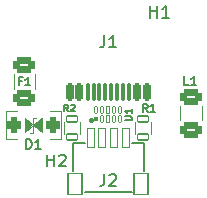
<source format=gto>
G04 #@! TF.GenerationSoftware,KiCad,Pcbnew,(6.0.8)*
G04 #@! TF.CreationDate,2022-10-31T11:18:21-04:00*
G04 #@! TF.ProjectId,Unified-Daughterboard,556e6966-6965-4642-9d44-617567687465,C3*
G04 #@! TF.SameCoordinates,Original*
G04 #@! TF.FileFunction,Legend,Top*
G04 #@! TF.FilePolarity,Positive*
%FSLAX46Y46*%
G04 Gerber Fmt 4.6, Leading zero omitted, Abs format (unit mm)*
G04 Created by KiCad (PCBNEW (6.0.8)) date 2022-10-31 11:18:21*
%MOMM*%
%LPD*%
G01*
G04 APERTURE LIST*
G04 Aperture macros list*
%AMRoundRect*
0 Rectangle with rounded corners*
0 $1 Rounding radius*
0 $2 $3 $4 $5 $6 $7 $8 $9 X,Y pos of 4 corners*
0 Add a 4 corners polygon primitive as box body*
4,1,4,$2,$3,$4,$5,$6,$7,$8,$9,$2,$3,0*
0 Add four circle primitives for the rounded corners*
1,1,$1+$1,$2,$3*
1,1,$1+$1,$4,$5*
1,1,$1+$1,$6,$7*
1,1,$1+$1,$8,$9*
0 Add four rect primitives between the rounded corners*
20,1,$1+$1,$2,$3,$4,$5,0*
20,1,$1+$1,$4,$5,$6,$7,0*
20,1,$1+$1,$6,$7,$8,$9,0*
20,1,$1+$1,$8,$9,$2,$3,0*%
G04 Aperture macros list end*
%ADD10C,0.150000*%
%ADD11C,0.152400*%
%ADD12C,0.127000*%
%ADD13C,0.200000*%
%ADD14C,0.400000*%
%ADD15C,0.120000*%
%ADD16C,0.101600*%
%ADD17C,0.100000*%
%ADD18C,1.448000*%
%ADD19RoundRect,0.176000X0.000000X-0.150000X0.000000X-0.150000X0.000000X0.150000X0.000000X0.150000X0*%
%ADD20RoundRect,0.051000X-0.125000X-0.275000X0.125000X-0.275000X0.125000X0.275000X-0.125000X0.275000X0*%
%ADD21RoundRect,0.051000X-0.150000X-0.275000X0.150000X-0.275000X0.150000X0.275000X-0.150000X0.275000X0*%
%ADD22RoundRect,0.301000X0.625000X-0.375000X0.625000X0.375000X-0.625000X0.375000X-0.625000X-0.375000X0*%
%ADD23RoundRect,0.051000X-0.450000X0.250000X-0.450000X-0.250000X0.450000X-0.250000X0.450000X0.250000X0*%
%ADD24RoundRect,0.301000X-0.625000X0.375000X-0.625000X-0.375000X0.625000X-0.375000X0.625000X0.375000X0*%
%ADD25RoundRect,0.301000X0.250000X0.350000X-0.250000X0.350000X-0.250000X-0.350000X0.250000X-0.350000X0*%
%ADD26O,1.202000X2.302000*%
%ADD27O,1.402000X2.002000*%
%ADD28C,0.752000*%
%ADD29RoundRect,0.201000X0.150000X0.575000X-0.150000X0.575000X-0.150000X-0.575000X0.150000X-0.575000X0*%
%ADD30RoundRect,0.126000X0.075000X0.650000X-0.075000X0.650000X-0.075000X-0.650000X0.075000X-0.650000X0*%
%ADD31C,3.602001*%
%ADD32RoundRect,0.051000X-0.300000X-0.775000X0.300000X-0.775000X0.300000X0.775000X-0.300000X0.775000X0*%
%ADD33RoundRect,0.051000X-0.600000X-0.900000X0.600000X-0.900000X0.600000X0.900000X-0.600000X0.900000X0*%
G04 APERTURE END LIST*
D10*
X69840595Y-70395380D02*
X69840595Y-69395380D01*
X69840595Y-69871571D02*
X70412023Y-69871571D01*
X70412023Y-70395380D02*
X70412023Y-69395380D01*
X70840595Y-69490619D02*
X70888214Y-69443000D01*
X70983452Y-69395380D01*
X71221547Y-69395380D01*
X71316785Y-69443000D01*
X71364404Y-69490619D01*
X71412023Y-69585857D01*
X71412023Y-69681095D01*
X71364404Y-69823952D01*
X70792976Y-70395380D01*
X71412023Y-70395380D01*
X78570595Y-57795380D02*
X78570595Y-56795380D01*
X78570595Y-57271571D02*
X79142023Y-57271571D01*
X79142023Y-57795380D02*
X79142023Y-56795380D01*
X80142023Y-57795380D02*
X79570595Y-57795380D01*
X79856309Y-57795380D02*
X79856309Y-56795380D01*
X79761071Y-56938238D01*
X79665833Y-57033476D01*
X79570595Y-57081095D01*
X76401128Y-66483542D02*
X76886842Y-66483542D01*
X76943985Y-66454971D01*
X76972557Y-66426400D01*
X77001128Y-66369257D01*
X77001128Y-66254971D01*
X76972557Y-66197828D01*
X76943985Y-66169257D01*
X76886842Y-66140685D01*
X76401128Y-66140685D01*
X77001128Y-65540685D02*
X77001128Y-65883542D01*
X77001128Y-65712114D02*
X76401128Y-65712114D01*
X76486842Y-65769257D01*
X76543985Y-65826400D01*
X76572557Y-65883542D01*
D11*
X81805500Y-63527714D02*
X81442642Y-63527714D01*
X81442642Y-62765714D01*
X82458642Y-63527714D02*
X82023214Y-63527714D01*
X82240928Y-63527714D02*
X82240928Y-62765714D01*
X82168357Y-62874571D01*
X82095785Y-62947142D01*
X82023214Y-62983428D01*
D12*
X71603133Y-65742280D02*
X71408400Y-65464090D01*
X71269304Y-65742280D02*
X71269304Y-65158080D01*
X71491857Y-65158080D01*
X71547495Y-65185900D01*
X71575314Y-65213719D01*
X71603133Y-65269357D01*
X71603133Y-65352814D01*
X71575314Y-65408452D01*
X71547495Y-65436271D01*
X71491857Y-65464090D01*
X71269304Y-65464090D01*
X71825685Y-65213719D02*
X71853504Y-65185900D01*
X71909142Y-65158080D01*
X72048238Y-65158080D01*
X72103876Y-65185900D01*
X72131695Y-65213719D01*
X72159514Y-65269357D01*
X72159514Y-65324995D01*
X72131695Y-65408452D01*
X71797866Y-65742280D01*
X72159514Y-65742280D01*
X67678833Y-63161642D02*
X67467166Y-63161642D01*
X67467166Y-63494261D02*
X67467166Y-62859261D01*
X67769547Y-62859261D01*
X68344071Y-63494261D02*
X67981214Y-63494261D01*
X68162642Y-63494261D02*
X68162642Y-62859261D01*
X68102166Y-62949976D01*
X68041690Y-63010452D01*
X67981214Y-63040690D01*
D13*
X68062023Y-68902904D02*
X68062023Y-68102904D01*
X68252500Y-68102904D01*
X68366785Y-68141000D01*
X68442976Y-68217190D01*
X68481071Y-68293380D01*
X68519166Y-68445761D01*
X68519166Y-68560047D01*
X68481071Y-68712428D01*
X68442976Y-68788619D01*
X68366785Y-68864809D01*
X68252500Y-68902904D01*
X68062023Y-68902904D01*
X69281071Y-68902904D02*
X68823928Y-68902904D01*
X69052500Y-68902904D02*
X69052500Y-68102904D01*
X68976309Y-68217190D01*
X68900119Y-68293380D01*
X68823928Y-68331476D01*
D10*
X74669166Y-59295380D02*
X74669166Y-60009666D01*
X74621547Y-60152523D01*
X74526309Y-60247761D01*
X74383452Y-60295380D01*
X74288214Y-60295380D01*
X75669166Y-60295380D02*
X75097738Y-60295380D01*
X75383452Y-60295380D02*
X75383452Y-59295380D01*
X75288214Y-59438238D01*
X75192976Y-59533476D01*
X75097738Y-59581095D01*
X74675166Y-71056380D02*
X74675166Y-71770666D01*
X74627547Y-71913523D01*
X74532309Y-72008761D01*
X74389452Y-72056380D01*
X74294214Y-72056380D01*
X75103738Y-71151619D02*
X75151357Y-71104000D01*
X75246595Y-71056380D01*
X75484690Y-71056380D01*
X75579928Y-71104000D01*
X75627547Y-71151619D01*
X75675166Y-71246857D01*
X75675166Y-71342095D01*
X75627547Y-71484952D01*
X75056119Y-72056380D01*
X75675166Y-72056380D01*
D12*
X78325666Y-65765261D02*
X78114000Y-65462880D01*
X77962809Y-65765261D02*
X77962809Y-65130261D01*
X78204714Y-65130261D01*
X78265190Y-65160500D01*
X78295428Y-65190738D01*
X78325666Y-65251214D01*
X78325666Y-65341928D01*
X78295428Y-65402404D01*
X78265190Y-65432642D01*
X78204714Y-65462880D01*
X77962809Y-65462880D01*
X78930428Y-65765261D02*
X78567571Y-65765261D01*
X78749000Y-65765261D02*
X78749000Y-65130261D01*
X78688523Y-65220976D01*
X78628047Y-65281452D01*
X78567571Y-65311690D01*
D14*
X73502500Y-66426400D02*
G75*
G03*
X73502500Y-66426400I0J0D01*
G01*
D15*
X82897500Y-66476064D02*
X82897500Y-65271936D01*
X81077500Y-66476064D02*
X81077500Y-65271936D01*
X72634500Y-66629000D02*
X72634500Y-67629000D01*
X71274500Y-67629000D02*
X71274500Y-66629000D01*
X66980500Y-62604936D02*
X66980500Y-63809064D01*
X68800500Y-62604936D02*
X68800500Y-63809064D01*
D16*
X71002500Y-68040000D02*
X70052500Y-68040000D01*
X71002500Y-65740000D02*
X70052500Y-65740000D01*
X71002500Y-65740000D02*
X71002500Y-68040000D01*
X66302500Y-68040000D02*
X67252500Y-68040000D01*
X66302500Y-65740000D02*
X67252500Y-65740000D01*
X66302500Y-68040000D02*
X66302500Y-65740000D01*
G36*
X69363500Y-67490000D02*
G01*
X68652500Y-66890000D01*
X69363500Y-66290000D01*
X69363500Y-67490000D01*
G37*
D17*
X69363500Y-67490000D02*
X68652500Y-66890000D01*
X69363500Y-66290000D01*
X69363500Y-67490000D01*
G36*
X68652500Y-66890000D02*
G01*
X67941500Y-67490000D01*
X67941500Y-66290000D01*
X68652500Y-66890000D01*
G37*
X68652500Y-66890000D02*
X67941500Y-67490000D01*
X67941500Y-66290000D01*
X68652500Y-66890000D01*
D15*
X68652500Y-66255000D02*
X68652500Y-67525000D01*
X68652500Y-67525000D02*
X68398500Y-67525000D01*
X68652500Y-66255000D02*
X68906500Y-66255000D01*
D10*
X72004500Y-68393000D02*
X73004500Y-68393000D01*
X72004500Y-70793000D02*
X72004500Y-68393000D01*
X77004500Y-72593000D02*
X73004500Y-72593000D01*
X78004500Y-68393000D02*
X78004500Y-70793000D01*
X77004500Y-68393000D02*
X78004500Y-68393000D01*
D15*
X77243500Y-67629000D02*
X77243500Y-66629000D01*
X78603500Y-66629000D02*
X78603500Y-67629000D01*
%LPC*%
D18*
X70602500Y-71943000D03*
X82002500Y-61943000D03*
D19*
X74002500Y-66411400D03*
D20*
X74502500Y-66411400D03*
D21*
X75002500Y-66411400D03*
D20*
X75502500Y-66411400D03*
X76002500Y-66411400D03*
X74502500Y-65641400D03*
X76002500Y-65641400D03*
X75502500Y-65641400D03*
X74002500Y-65641400D03*
D21*
X75002500Y-65641400D03*
D22*
X81987500Y-64474000D03*
X81987500Y-67274000D03*
D23*
X71954500Y-66379000D03*
X71954500Y-67879000D03*
D24*
X67890500Y-64607000D03*
X67890500Y-61807000D03*
D25*
X70302500Y-66890000D03*
X67002500Y-66890000D03*
D26*
X70702500Y-63343000D03*
D27*
X70702500Y-59143000D03*
D28*
X72112500Y-62792000D03*
X77892500Y-62792000D03*
D27*
X79302500Y-59143000D03*
D29*
X78252500Y-64118000D03*
D30*
X76752500Y-64118000D03*
X76252500Y-64118000D03*
X75752500Y-64118000D03*
X75256500Y-64118000D03*
X73252500Y-64118000D03*
X73752500Y-64118000D03*
X74252500Y-64118000D03*
X74752500Y-64118000D03*
D26*
X79302500Y-63343000D03*
D29*
X77452500Y-64118000D03*
X71752500Y-64118000D03*
X72552500Y-64118000D03*
D31*
X68004500Y-58543000D03*
X82004500Y-58543000D03*
X68004500Y-71043000D03*
X82004500Y-71043000D03*
D32*
X75504500Y-68018000D03*
X76504500Y-68018000D03*
X74504500Y-68018000D03*
X73504500Y-68018000D03*
D33*
X72204500Y-71893000D03*
X77804500Y-71893000D03*
D23*
X77923500Y-67879000D03*
X77923500Y-66379000D03*
M02*

</source>
